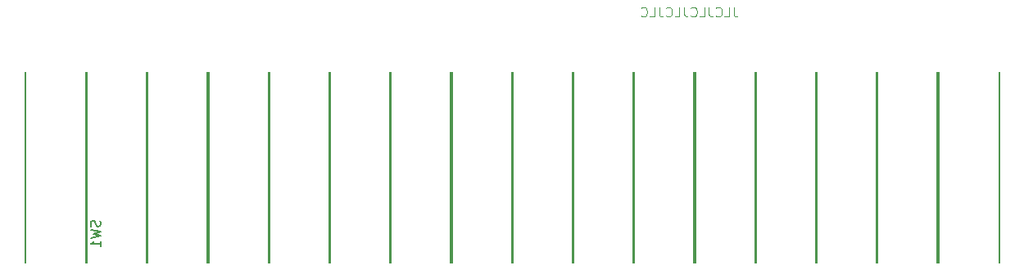
<source format=gbr>
%TF.GenerationSoftware,KiCad,Pcbnew,8.0.5*%
%TF.CreationDate,2025-03-09T15:17:30+08:00*%
%TF.ProjectId,hardware,68617264-7761-4726-952e-6b696361645f,rev?*%
%TF.SameCoordinates,Original*%
%TF.FileFunction,Legend,Bot*%
%TF.FilePolarity,Positive*%
%FSLAX46Y46*%
G04 Gerber Fmt 4.6, Leading zero omitted, Abs format (unit mm)*
G04 Created by KiCad (PCBNEW 8.0.5) date 2025-03-09 15:17:30*
%MOMM*%
%LPD*%
G01*
G04 APERTURE LIST*
%ADD10C,0.100000*%
%ADD11C,0.150000*%
%ADD12C,0.127000*%
G04 APERTURE END LIST*
D10*
X242510401Y-125472419D02*
X242510401Y-126186704D01*
X242510401Y-126186704D02*
X242558020Y-126329561D01*
X242558020Y-126329561D02*
X242653258Y-126424800D01*
X242653258Y-126424800D02*
X242796115Y-126472419D01*
X242796115Y-126472419D02*
X242891353Y-126472419D01*
X241558020Y-126472419D02*
X242034210Y-126472419D01*
X242034210Y-126472419D02*
X242034210Y-125472419D01*
X240653258Y-126377180D02*
X240700877Y-126424800D01*
X240700877Y-126424800D02*
X240843734Y-126472419D01*
X240843734Y-126472419D02*
X240938972Y-126472419D01*
X240938972Y-126472419D02*
X241081829Y-126424800D01*
X241081829Y-126424800D02*
X241177067Y-126329561D01*
X241177067Y-126329561D02*
X241224686Y-126234323D01*
X241224686Y-126234323D02*
X241272305Y-126043847D01*
X241272305Y-126043847D02*
X241272305Y-125900990D01*
X241272305Y-125900990D02*
X241224686Y-125710514D01*
X241224686Y-125710514D02*
X241177067Y-125615276D01*
X241177067Y-125615276D02*
X241081829Y-125520038D01*
X241081829Y-125520038D02*
X240938972Y-125472419D01*
X240938972Y-125472419D02*
X240843734Y-125472419D01*
X240843734Y-125472419D02*
X240700877Y-125520038D01*
X240700877Y-125520038D02*
X240653258Y-125567657D01*
X239938972Y-125472419D02*
X239938972Y-126186704D01*
X239938972Y-126186704D02*
X239986591Y-126329561D01*
X239986591Y-126329561D02*
X240081829Y-126424800D01*
X240081829Y-126424800D02*
X240224686Y-126472419D01*
X240224686Y-126472419D02*
X240319924Y-126472419D01*
X238986591Y-126472419D02*
X239462781Y-126472419D01*
X239462781Y-126472419D02*
X239462781Y-125472419D01*
X238081829Y-126377180D02*
X238129448Y-126424800D01*
X238129448Y-126424800D02*
X238272305Y-126472419D01*
X238272305Y-126472419D02*
X238367543Y-126472419D01*
X238367543Y-126472419D02*
X238510400Y-126424800D01*
X238510400Y-126424800D02*
X238605638Y-126329561D01*
X238605638Y-126329561D02*
X238653257Y-126234323D01*
X238653257Y-126234323D02*
X238700876Y-126043847D01*
X238700876Y-126043847D02*
X238700876Y-125900990D01*
X238700876Y-125900990D02*
X238653257Y-125710514D01*
X238653257Y-125710514D02*
X238605638Y-125615276D01*
X238605638Y-125615276D02*
X238510400Y-125520038D01*
X238510400Y-125520038D02*
X238367543Y-125472419D01*
X238367543Y-125472419D02*
X238272305Y-125472419D01*
X238272305Y-125472419D02*
X238129448Y-125520038D01*
X238129448Y-125520038D02*
X238081829Y-125567657D01*
X237367543Y-125472419D02*
X237367543Y-126186704D01*
X237367543Y-126186704D02*
X237415162Y-126329561D01*
X237415162Y-126329561D02*
X237510400Y-126424800D01*
X237510400Y-126424800D02*
X237653257Y-126472419D01*
X237653257Y-126472419D02*
X237748495Y-126472419D01*
X236415162Y-126472419D02*
X236891352Y-126472419D01*
X236891352Y-126472419D02*
X236891352Y-125472419D01*
X235510400Y-126377180D02*
X235558019Y-126424800D01*
X235558019Y-126424800D02*
X235700876Y-126472419D01*
X235700876Y-126472419D02*
X235796114Y-126472419D01*
X235796114Y-126472419D02*
X235938971Y-126424800D01*
X235938971Y-126424800D02*
X236034209Y-126329561D01*
X236034209Y-126329561D02*
X236081828Y-126234323D01*
X236081828Y-126234323D02*
X236129447Y-126043847D01*
X236129447Y-126043847D02*
X236129447Y-125900990D01*
X236129447Y-125900990D02*
X236081828Y-125710514D01*
X236081828Y-125710514D02*
X236034209Y-125615276D01*
X236034209Y-125615276D02*
X235938971Y-125520038D01*
X235938971Y-125520038D02*
X235796114Y-125472419D01*
X235796114Y-125472419D02*
X235700876Y-125472419D01*
X235700876Y-125472419D02*
X235558019Y-125520038D01*
X235558019Y-125520038D02*
X235510400Y-125567657D01*
X234796114Y-125472419D02*
X234796114Y-126186704D01*
X234796114Y-126186704D02*
X234843733Y-126329561D01*
X234843733Y-126329561D02*
X234938971Y-126424800D01*
X234938971Y-126424800D02*
X235081828Y-126472419D01*
X235081828Y-126472419D02*
X235177066Y-126472419D01*
X233843733Y-126472419D02*
X234319923Y-126472419D01*
X234319923Y-126472419D02*
X234319923Y-125472419D01*
X232938971Y-126377180D02*
X232986590Y-126424800D01*
X232986590Y-126424800D02*
X233129447Y-126472419D01*
X233129447Y-126472419D02*
X233224685Y-126472419D01*
X233224685Y-126472419D02*
X233367542Y-126424800D01*
X233367542Y-126424800D02*
X233462780Y-126329561D01*
X233462780Y-126329561D02*
X233510399Y-126234323D01*
X233510399Y-126234323D02*
X233558018Y-126043847D01*
X233558018Y-126043847D02*
X233558018Y-125900990D01*
X233558018Y-125900990D02*
X233510399Y-125710514D01*
X233510399Y-125710514D02*
X233462780Y-125615276D01*
X233462780Y-125615276D02*
X233367542Y-125520038D01*
X233367542Y-125520038D02*
X233224685Y-125472419D01*
X233224685Y-125472419D02*
X233129447Y-125472419D01*
X233129447Y-125472419D02*
X232986590Y-125520038D01*
X232986590Y-125520038D02*
X232938971Y-125567657D01*
D11*
X177006722Y-147589174D02*
X177054388Y-147732173D01*
X177054388Y-147732173D02*
X177054388Y-147970504D01*
X177054388Y-147970504D02*
X177006722Y-148065837D01*
X177006722Y-148065837D02*
X176959055Y-148113503D01*
X176959055Y-148113503D02*
X176863723Y-148161169D01*
X176863723Y-148161169D02*
X176768390Y-148161169D01*
X176768390Y-148161169D02*
X176673058Y-148113503D01*
X176673058Y-148113503D02*
X176625391Y-148065837D01*
X176625391Y-148065837D02*
X176577725Y-147970504D01*
X176577725Y-147970504D02*
X176530059Y-147779839D01*
X176530059Y-147779839D02*
X176482392Y-147684506D01*
X176482392Y-147684506D02*
X176434726Y-147636840D01*
X176434726Y-147636840D02*
X176339394Y-147589174D01*
X176339394Y-147589174D02*
X176244061Y-147589174D01*
X176244061Y-147589174D02*
X176148728Y-147636840D01*
X176148728Y-147636840D02*
X176101062Y-147684506D01*
X176101062Y-147684506D02*
X176053396Y-147779839D01*
X176053396Y-147779839D02*
X176053396Y-148018170D01*
X176053396Y-148018170D02*
X176101062Y-148161169D01*
X176053396Y-148494833D02*
X177054388Y-148733165D01*
X177054388Y-148733165D02*
X176339394Y-148923830D01*
X176339394Y-148923830D02*
X177054388Y-149114495D01*
X177054388Y-149114495D02*
X176053396Y-149352827D01*
X177054388Y-150258486D02*
X177054388Y-149686491D01*
X177054388Y-149972488D02*
X176053396Y-149972488D01*
X176053396Y-149972488D02*
X176196395Y-149877156D01*
X176196395Y-149877156D02*
X176291727Y-149781823D01*
X176291727Y-149781823D02*
X176339394Y-149686491D01*
D12*
%TO.C,SW6*%
X200693340Y-151950000D02*
X200693340Y-132150000D01*
X207093340Y-132150000D02*
X207093340Y-151950000D01*
%TO.C,SW11*%
X232126670Y-151950000D02*
X232126670Y-132150000D01*
X238526670Y-132150000D02*
X238526670Y-151950000D01*
%TO.C,SW12*%
X238413336Y-151950000D02*
X238413336Y-132150000D01*
X244813336Y-132150000D02*
X244813336Y-151950000D01*
%TO.C,SW14*%
X250986668Y-151950000D02*
X250986668Y-132150000D01*
X257386668Y-132150000D02*
X257386668Y-151950000D01*
%TO.C,SW7*%
X206980006Y-151950000D02*
X206980006Y-132150000D01*
X213380006Y-132150000D02*
X213380006Y-151950000D01*
%TO.C,SW4*%
X188120008Y-151950000D02*
X188120008Y-132150000D01*
X194520008Y-132150000D02*
X194520008Y-151950000D01*
%TO.C,SW15*%
X257273334Y-151950000D02*
X257273334Y-132150000D01*
X263673334Y-132150000D02*
X263673334Y-151950000D01*
%TO.C,SW10*%
X225840004Y-151950000D02*
X225840004Y-132150000D01*
X232240004Y-132150000D02*
X232240004Y-151950000D01*
%TO.C,SW8*%
X213266672Y-151950000D02*
X213266672Y-132150000D01*
X219666672Y-132150000D02*
X219666672Y-151950000D01*
%TO.C,SW9*%
X219553338Y-151950000D02*
X219553338Y-132150000D01*
X225953338Y-132150000D02*
X225953338Y-151950000D01*
%TO.C,SW16*%
X263560000Y-151950000D02*
X263560000Y-132150000D01*
X269960000Y-132150000D02*
X269960000Y-151950000D01*
%TO.C,SW2*%
X175546676Y-151950000D02*
X175546676Y-132150000D01*
X181946676Y-132150000D02*
X181946676Y-151950000D01*
%TO.C,SW5*%
X194406674Y-151950000D02*
X194406674Y-132150000D01*
X200806674Y-132150000D02*
X200806674Y-151950000D01*
%TO.C,SW13*%
X244700002Y-151950000D02*
X244700002Y-132150000D01*
X251100002Y-132150000D02*
X251100002Y-151950000D01*
%TO.C,SW1*%
X169260010Y-151950000D02*
X169260010Y-132150000D01*
X175660010Y-132150000D02*
X175660010Y-151950000D01*
%TO.C,SW3*%
X181833342Y-151950000D02*
X181833342Y-132150000D01*
X188233342Y-132150000D02*
X188233342Y-151950000D01*
%TD*%
M02*

</source>
